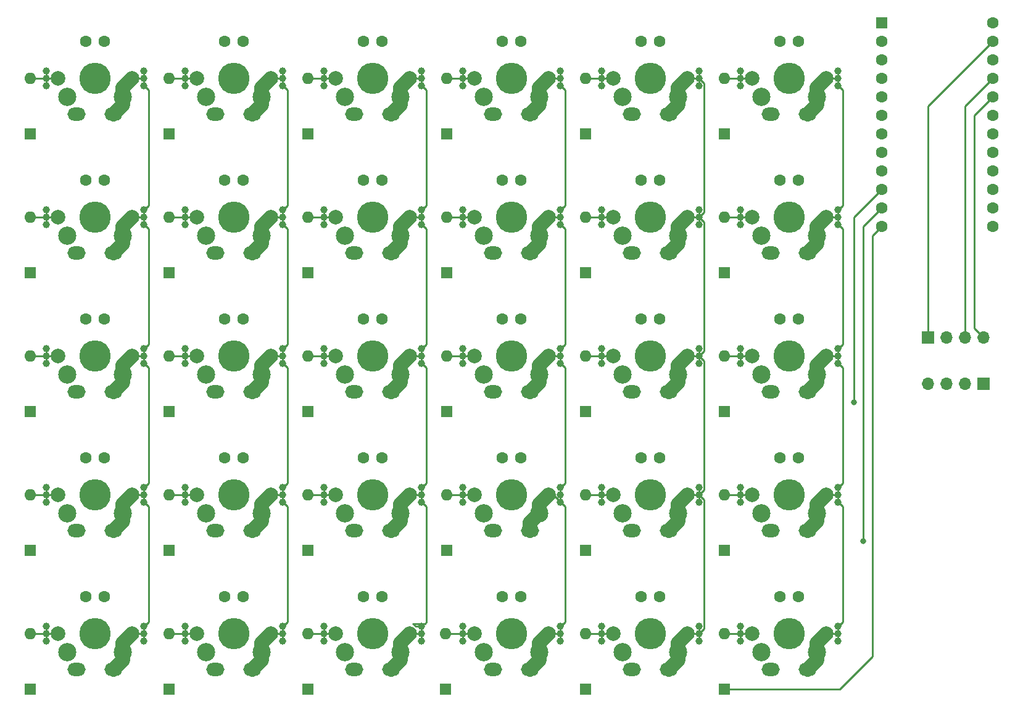
<source format=gbr>
%TF.GenerationSoftware,KiCad,Pcbnew,(5.1.9)-1*%
%TF.CreationDate,2021-03-27T16:35:29+07:00*%
%TF.ProjectId,LetsSplit256,4c657473-5370-46c6-9974-3235362e6b69,rev?*%
%TF.SameCoordinates,Original*%
%TF.FileFunction,Copper,L1,Top*%
%TF.FilePolarity,Positive*%
%FSLAX46Y46*%
G04 Gerber Fmt 4.6, Leading zero omitted, Abs format (unit mm)*
G04 Created by KiCad (PCBNEW (5.1.9)-1) date 2021-03-27 16:35:29*
%MOMM*%
%LPD*%
G01*
G04 APERTURE LIST*
%TA.AperFunction,ComponentPad*%
%ADD10O,1.700000X1.700000*%
%TD*%
%TA.AperFunction,ComponentPad*%
%ADD11R,1.700000X1.700000*%
%TD*%
%TA.AperFunction,ComponentPad*%
%ADD12C,1.000000*%
%TD*%
%TA.AperFunction,ComponentPad*%
%ADD13O,2.500000X1.800000*%
%TD*%
%TA.AperFunction,ComponentPad*%
%ADD14C,2.500000*%
%TD*%
%TA.AperFunction,ComponentPad*%
%ADD15C,2.000000*%
%TD*%
%TA.AperFunction,ComponentPad*%
%ADD16C,4.300000*%
%TD*%
%TA.AperFunction,ComponentPad*%
%ADD17C,1.600000*%
%TD*%
%TA.AperFunction,ComponentPad*%
%ADD18R,1.600000X1.600000*%
%TD*%
%TA.AperFunction,ComponentPad*%
%ADD19O,1.600000X1.600000*%
%TD*%
%TA.AperFunction,ViaPad*%
%ADD20C,0.800000*%
%TD*%
%TA.AperFunction,Conductor*%
%ADD21C,0.250000*%
%TD*%
%TA.AperFunction,Conductor*%
%ADD22C,2.000000*%
%TD*%
G04 APERTURE END LIST*
D10*
%TO.P,JL1,4*%
%TO.N,Net-(JL1-Pad4)*%
X157480000Y-81280000D03*
%TO.P,JL1,3*%
%TO.N,Net-(JL1-Pad3)*%
X154940000Y-81280000D03*
%TO.P,JL1,2*%
%TO.N,Net-(JL1-Pad2)*%
X152400000Y-81280000D03*
D11*
%TO.P,JL1,1*%
%TO.N,Net-(JL1-Pad1)*%
X149860000Y-81280000D03*
%TD*%
D10*
%TO.P,JL2,4*%
%TO.N,N/C*%
X149860000Y-87630000D03*
%TO.P,JL2,3*%
X152400000Y-87630000D03*
%TO.P,JL2,2*%
X154940000Y-87630000D03*
D11*
%TO.P,JL2,1*%
X157480000Y-87630000D03*
%TD*%
D12*
%TO.P,KLZ1,1*%
%TO.N,Net-(DL24-Pad2)*%
X47910000Y-101870000D03*
X47910000Y-103870000D03*
X47910000Y-102870000D03*
D13*
%TO.P,KLZ1,2*%
%TO.N,Net-(KL1-Pad2)*%
X57150000Y-107746800D03*
D14*
%TO.P,KLZ1,1*%
%TO.N,Net-(DL24-Pad2)*%
X50800000Y-105410000D03*
D13*
X52070000Y-107746800D03*
D14*
%TO.P,KLZ1,2*%
%TO.N,Net-(KL1-Pad2)*%
X58420000Y-105410000D03*
D15*
%TO.P,KLZ1,1*%
%TO.N,Net-(DL24-Pad2)*%
X49530000Y-102870000D03*
%TO.P,KLZ1,2*%
%TO.N,Net-(KL1-Pad2)*%
X59690000Y-102870000D03*
D16*
%TO.P,KLZ1,0*%
%TO.N,N/C*%
X54610000Y-102870000D03*
D12*
%TO.P,KLZ1,2*%
%TO.N,Net-(KL1-Pad2)*%
X61310000Y-102870000D03*
X61310000Y-101870000D03*
X61310000Y-103870000D03*
D17*
%TO.P,KLZ1,0*%
%TO.N,N/C*%
X55880000Y-97790000D03*
X53340000Y-97790000D03*
%TD*%
D12*
%TO.P,KLX1,1*%
%TO.N,Net-(DL34-Pad2)*%
X66960000Y-101870000D03*
X66960000Y-103870000D03*
X66960000Y-102870000D03*
D13*
%TO.P,KLX1,2*%
%TO.N,Net-(KL2-Pad2)*%
X76200000Y-107746800D03*
D14*
%TO.P,KLX1,1*%
%TO.N,Net-(DL34-Pad2)*%
X69850000Y-105410000D03*
D13*
X71120000Y-107746800D03*
D14*
%TO.P,KLX1,2*%
%TO.N,Net-(KL2-Pad2)*%
X77470000Y-105410000D03*
D15*
%TO.P,KLX1,1*%
%TO.N,Net-(DL34-Pad2)*%
X68580000Y-102870000D03*
%TO.P,KLX1,2*%
%TO.N,Net-(KL2-Pad2)*%
X78740000Y-102870000D03*
D16*
%TO.P,KLX1,0*%
%TO.N,N/C*%
X73660000Y-102870000D03*
D12*
%TO.P,KLX1,2*%
%TO.N,Net-(KL2-Pad2)*%
X80360000Y-102870000D03*
X80360000Y-101870000D03*
X80360000Y-103870000D03*
D17*
%TO.P,KLX1,0*%
%TO.N,N/C*%
X74930000Y-97790000D03*
X72390000Y-97790000D03*
%TD*%
D12*
%TO.P,KLW1,1*%
%TO.N,Net-(DL32-Pad2)*%
X66960000Y-63770000D03*
X66960000Y-65770000D03*
X66960000Y-64770000D03*
D13*
%TO.P,KLW1,2*%
%TO.N,Net-(KL2-Pad2)*%
X76200000Y-69646800D03*
D14*
%TO.P,KLW1,1*%
%TO.N,Net-(DL32-Pad2)*%
X69850000Y-67310000D03*
D13*
X71120000Y-69646800D03*
D14*
%TO.P,KLW1,2*%
%TO.N,Net-(KL2-Pad2)*%
X77470000Y-67310000D03*
D15*
%TO.P,KLW1,1*%
%TO.N,Net-(DL32-Pad2)*%
X68580000Y-64770000D03*
%TO.P,KLW1,2*%
%TO.N,Net-(KL2-Pad2)*%
X78740000Y-64770000D03*
D16*
%TO.P,KLW1,0*%
%TO.N,N/C*%
X73660000Y-64770000D03*
D12*
%TO.P,KLW1,2*%
%TO.N,Net-(KL2-Pad2)*%
X80360000Y-64770000D03*
X80360000Y-63770000D03*
X80360000Y-65770000D03*
D17*
%TO.P,KLW1,0*%
%TO.N,N/C*%
X74930000Y-59690000D03*
X72390000Y-59690000D03*
%TD*%
D12*
%TO.P,KLV1,1*%
%TO.N,Net-(DL54-Pad2)*%
X105060000Y-101870000D03*
X105060000Y-103870000D03*
X105060000Y-102870000D03*
D13*
%TO.P,KLV1,2*%
%TO.N,Net-(KL4-Pad2)*%
X114300000Y-107746800D03*
D14*
%TO.P,KLV1,1*%
%TO.N,Net-(DL54-Pad2)*%
X107950000Y-105410000D03*
D13*
X109220000Y-107746800D03*
D14*
%TO.P,KLV1,2*%
%TO.N,Net-(KL4-Pad2)*%
X115570000Y-105410000D03*
D15*
%TO.P,KLV1,1*%
%TO.N,Net-(DL54-Pad2)*%
X106680000Y-102870000D03*
%TO.P,KLV1,2*%
%TO.N,Net-(KL4-Pad2)*%
X116840000Y-102870000D03*
D16*
%TO.P,KLV1,0*%
%TO.N,N/C*%
X111760000Y-102870000D03*
D12*
%TO.P,KLV1,2*%
%TO.N,Net-(KL4-Pad2)*%
X118460000Y-102870000D03*
X118460000Y-101870000D03*
X118460000Y-103870000D03*
D17*
%TO.P,KLV1,0*%
%TO.N,N/C*%
X113030000Y-97790000D03*
X110490000Y-97790000D03*
%TD*%
D12*
%TO.P,KLR1,1*%
%TO.N,Net-(DL52-Pad2)*%
X105060000Y-63770000D03*
X105060000Y-65770000D03*
X105060000Y-64770000D03*
D13*
%TO.P,KLR1,2*%
%TO.N,Net-(KL4-Pad2)*%
X114300000Y-69646800D03*
D14*
%TO.P,KLR1,1*%
%TO.N,Net-(DL52-Pad2)*%
X107950000Y-67310000D03*
D13*
X109220000Y-69646800D03*
D14*
%TO.P,KLR1,2*%
%TO.N,Net-(KL4-Pad2)*%
X115570000Y-67310000D03*
D15*
%TO.P,KLR1,1*%
%TO.N,Net-(DL52-Pad2)*%
X106680000Y-64770000D03*
%TO.P,KLR1,2*%
%TO.N,Net-(KL4-Pad2)*%
X116840000Y-64770000D03*
D16*
%TO.P,KLR1,0*%
%TO.N,N/C*%
X111760000Y-64770000D03*
D12*
%TO.P,KLR1,2*%
%TO.N,Net-(KL4-Pad2)*%
X118460000Y-64770000D03*
X118460000Y-63770000D03*
X118460000Y-65770000D03*
D17*
%TO.P,KLR1,0*%
%TO.N,N/C*%
X113030000Y-59690000D03*
X110490000Y-59690000D03*
%TD*%
D12*
%TO.P,KLQ1,1*%
%TO.N,Net-(DL22-Pad2)*%
X47910000Y-63770000D03*
X47910000Y-65770000D03*
X47910000Y-64770000D03*
D13*
%TO.P,KLQ1,2*%
%TO.N,Net-(KL1-Pad2)*%
X57150000Y-69646800D03*
D14*
%TO.P,KLQ1,1*%
%TO.N,Net-(DL22-Pad2)*%
X50800000Y-67310000D03*
D13*
X52070000Y-69646800D03*
D14*
%TO.P,KLQ1,2*%
%TO.N,Net-(KL1-Pad2)*%
X58420000Y-67310000D03*
D15*
%TO.P,KLQ1,1*%
%TO.N,Net-(DL22-Pad2)*%
X49530000Y-64770000D03*
%TO.P,KLQ1,2*%
%TO.N,Net-(KL1-Pad2)*%
X59690000Y-64770000D03*
D16*
%TO.P,KLQ1,0*%
%TO.N,N/C*%
X54610000Y-64770000D03*
D12*
%TO.P,KLQ1,2*%
%TO.N,Net-(KL1-Pad2)*%
X61310000Y-64770000D03*
X61310000Y-63770000D03*
X61310000Y-65770000D03*
D17*
%TO.P,KLQ1,0*%
%TO.N,N/C*%
X55880000Y-59690000D03*
X53340000Y-59690000D03*
%TD*%
D12*
%TO.P,KLFunc65,1*%
%TO.N,Net-(DL65-Pad2)*%
X124110000Y-120920000D03*
X124110000Y-122920000D03*
X124110000Y-121920000D03*
D13*
%TO.P,KLFunc65,2*%
%TO.N,Net-(KL5-Pad2)*%
X133350000Y-126796800D03*
D14*
%TO.P,KLFunc65,1*%
%TO.N,Net-(DL65-Pad2)*%
X127000000Y-124460000D03*
D13*
X128270000Y-126796800D03*
D14*
%TO.P,KLFunc65,2*%
%TO.N,Net-(KL5-Pad2)*%
X134620000Y-124460000D03*
D15*
%TO.P,KLFunc65,1*%
%TO.N,Net-(DL65-Pad2)*%
X125730000Y-121920000D03*
%TO.P,KLFunc65,2*%
%TO.N,Net-(KL5-Pad2)*%
X135890000Y-121920000D03*
D16*
%TO.P,KLFunc65,0*%
%TO.N,N/C*%
X130810000Y-121920000D03*
D12*
%TO.P,KLFunc65,2*%
%TO.N,Net-(KL5-Pad2)*%
X137510000Y-121920000D03*
X137510000Y-120920000D03*
X137510000Y-122920000D03*
D17*
%TO.P,KLFunc65,0*%
%TO.N,N/C*%
X132080000Y-116840000D03*
X129540000Y-116840000D03*
%TD*%
D12*
%TO.P,KLFunc55,1*%
%TO.N,Net-(DL55-Pad2)*%
X105060000Y-120920000D03*
X105060000Y-122920000D03*
X105060000Y-121920000D03*
D13*
%TO.P,KLFunc55,2*%
%TO.N,Net-(KL4-Pad2)*%
X114300000Y-126796800D03*
D14*
%TO.P,KLFunc55,1*%
%TO.N,Net-(DL55-Pad2)*%
X107950000Y-124460000D03*
D13*
X109220000Y-126796800D03*
D14*
%TO.P,KLFunc55,2*%
%TO.N,Net-(KL4-Pad2)*%
X115570000Y-124460000D03*
D15*
%TO.P,KLFunc55,1*%
%TO.N,Net-(DL55-Pad2)*%
X106680000Y-121920000D03*
%TO.P,KLFunc55,2*%
%TO.N,Net-(KL4-Pad2)*%
X116840000Y-121920000D03*
D16*
%TO.P,KLFunc55,0*%
%TO.N,N/C*%
X111760000Y-121920000D03*
D12*
%TO.P,KLFunc55,2*%
%TO.N,Net-(KL4-Pad2)*%
X118460000Y-121920000D03*
X118460000Y-120920000D03*
X118460000Y-122920000D03*
D17*
%TO.P,KLFunc55,0*%
%TO.N,N/C*%
X113030000Y-116840000D03*
X110490000Y-116840000D03*
%TD*%
D12*
%TO.P,KLFunc35,1*%
%TO.N,Net-(DL35-Pad2)*%
X66960000Y-120920000D03*
X66960000Y-122920000D03*
X66960000Y-121920000D03*
D13*
%TO.P,KLFunc35,2*%
%TO.N,Net-(KL2-Pad2)*%
X76200000Y-126796800D03*
D14*
%TO.P,KLFunc35,1*%
%TO.N,Net-(DL35-Pad2)*%
X69850000Y-124460000D03*
D13*
X71120000Y-126796800D03*
D14*
%TO.P,KLFunc35,2*%
%TO.N,Net-(KL2-Pad2)*%
X77470000Y-124460000D03*
D15*
%TO.P,KLFunc35,1*%
%TO.N,Net-(DL35-Pad2)*%
X68580000Y-121920000D03*
%TO.P,KLFunc35,2*%
%TO.N,Net-(KL2-Pad2)*%
X78740000Y-121920000D03*
D16*
%TO.P,KLFunc35,0*%
%TO.N,N/C*%
X73660000Y-121920000D03*
D12*
%TO.P,KLFunc35,2*%
%TO.N,Net-(KL2-Pad2)*%
X80360000Y-121920000D03*
X80360000Y-120920000D03*
X80360000Y-122920000D03*
D17*
%TO.P,KLFunc35,0*%
%TO.N,N/C*%
X74930000Y-116840000D03*
X72390000Y-116840000D03*
%TD*%
D12*
%TO.P,KLFunc25,1*%
%TO.N,Net-(DL25-Pad2)*%
X47910000Y-120920000D03*
X47910000Y-122920000D03*
X47910000Y-121920000D03*
D13*
%TO.P,KLFunc25,2*%
%TO.N,Net-(KL1-Pad2)*%
X57150000Y-126796800D03*
D14*
%TO.P,KLFunc25,1*%
%TO.N,Net-(DL25-Pad2)*%
X50800000Y-124460000D03*
D13*
X52070000Y-126796800D03*
D14*
%TO.P,KLFunc25,2*%
%TO.N,Net-(KL1-Pad2)*%
X58420000Y-124460000D03*
D15*
%TO.P,KLFunc25,1*%
%TO.N,Net-(DL25-Pad2)*%
X49530000Y-121920000D03*
%TO.P,KLFunc25,2*%
%TO.N,Net-(KL1-Pad2)*%
X59690000Y-121920000D03*
D16*
%TO.P,KLFunc25,0*%
%TO.N,N/C*%
X54610000Y-121920000D03*
D12*
%TO.P,KLFunc25,2*%
%TO.N,Net-(KL1-Pad2)*%
X61310000Y-121920000D03*
X61310000Y-120920000D03*
X61310000Y-122920000D03*
D17*
%TO.P,KLFunc25,0*%
%TO.N,N/C*%
X55880000Y-116840000D03*
X53340000Y-116840000D03*
%TD*%
D12*
%TO.P,KLFunc15,1*%
%TO.N,Net-(DL15-Pad2)*%
X28860000Y-120920000D03*
X28860000Y-122920000D03*
X28860000Y-121920000D03*
D13*
%TO.P,KLFunc15,2*%
%TO.N,Net-(KLFunc11-Pad2)*%
X38100000Y-126796800D03*
D14*
%TO.P,KLFunc15,1*%
%TO.N,Net-(DL15-Pad2)*%
X31750000Y-124460000D03*
D13*
X33020000Y-126796800D03*
D14*
%TO.P,KLFunc15,2*%
%TO.N,Net-(KLFunc11-Pad2)*%
X39370000Y-124460000D03*
D15*
%TO.P,KLFunc15,1*%
%TO.N,Net-(DL15-Pad2)*%
X30480000Y-121920000D03*
%TO.P,KLFunc15,2*%
%TO.N,Net-(KLFunc11-Pad2)*%
X40640000Y-121920000D03*
D16*
%TO.P,KLFunc15,0*%
%TO.N,N/C*%
X35560000Y-121920000D03*
D12*
%TO.P,KLFunc15,2*%
%TO.N,Net-(KLFunc11-Pad2)*%
X42260000Y-121920000D03*
X42260000Y-120920000D03*
X42260000Y-122920000D03*
D17*
%TO.P,KLFunc15,0*%
%TO.N,N/C*%
X36830000Y-116840000D03*
X34290000Y-116840000D03*
%TD*%
D12*
%TO.P,KLFunc14,1*%
%TO.N,Net-(DL14-Pad2)*%
X28860000Y-101870000D03*
X28860000Y-103870000D03*
X28860000Y-102870000D03*
D13*
%TO.P,KLFunc14,2*%
%TO.N,Net-(KLFunc11-Pad2)*%
X38100000Y-107746800D03*
D14*
%TO.P,KLFunc14,1*%
%TO.N,Net-(DL14-Pad2)*%
X31750000Y-105410000D03*
D13*
X33020000Y-107746800D03*
D14*
%TO.P,KLFunc14,2*%
%TO.N,Net-(KLFunc11-Pad2)*%
X39370000Y-105410000D03*
D15*
%TO.P,KLFunc14,1*%
%TO.N,Net-(DL14-Pad2)*%
X30480000Y-102870000D03*
%TO.P,KLFunc14,2*%
%TO.N,Net-(KLFunc11-Pad2)*%
X40640000Y-102870000D03*
D16*
%TO.P,KLFunc14,0*%
%TO.N,N/C*%
X35560000Y-102870000D03*
D12*
%TO.P,KLFunc14,2*%
%TO.N,Net-(KLFunc11-Pad2)*%
X42260000Y-102870000D03*
X42260000Y-101870000D03*
X42260000Y-103870000D03*
D17*
%TO.P,KLFunc14,0*%
%TO.N,N/C*%
X36830000Y-97790000D03*
X34290000Y-97790000D03*
%TD*%
D12*
%TO.P,KLFunc13,1*%
%TO.N,Net-(DL13-Pad2)*%
X28860000Y-82820000D03*
X28860000Y-84820000D03*
X28860000Y-83820000D03*
D13*
%TO.P,KLFunc13,2*%
%TO.N,Net-(KLFunc11-Pad2)*%
X38100000Y-88696800D03*
D14*
%TO.P,KLFunc13,1*%
%TO.N,Net-(DL13-Pad2)*%
X31750000Y-86360000D03*
D13*
X33020000Y-88696800D03*
D14*
%TO.P,KLFunc13,2*%
%TO.N,Net-(KLFunc11-Pad2)*%
X39370000Y-86360000D03*
D15*
%TO.P,KLFunc13,1*%
%TO.N,Net-(DL13-Pad2)*%
X30480000Y-83820000D03*
%TO.P,KLFunc13,2*%
%TO.N,Net-(KLFunc11-Pad2)*%
X40640000Y-83820000D03*
D16*
%TO.P,KLFunc13,0*%
%TO.N,N/C*%
X35560000Y-83820000D03*
D12*
%TO.P,KLFunc13,2*%
%TO.N,Net-(KLFunc11-Pad2)*%
X42260000Y-83820000D03*
X42260000Y-82820000D03*
X42260000Y-84820000D03*
D17*
%TO.P,KLFunc13,0*%
%TO.N,N/C*%
X36830000Y-78740000D03*
X34290000Y-78740000D03*
%TD*%
D12*
%TO.P,KLFunc12,1*%
%TO.N,Net-(DL12-Pad2)*%
X28860000Y-63770000D03*
X28860000Y-65770000D03*
X28860000Y-64770000D03*
D13*
%TO.P,KLFunc12,2*%
%TO.N,Net-(KLFunc11-Pad2)*%
X38100000Y-69646800D03*
D14*
%TO.P,KLFunc12,1*%
%TO.N,Net-(DL12-Pad2)*%
X31750000Y-67310000D03*
D13*
X33020000Y-69646800D03*
D14*
%TO.P,KLFunc12,2*%
%TO.N,Net-(KLFunc11-Pad2)*%
X39370000Y-67310000D03*
D15*
%TO.P,KLFunc12,1*%
%TO.N,Net-(DL12-Pad2)*%
X30480000Y-64770000D03*
%TO.P,KLFunc12,2*%
%TO.N,Net-(KLFunc11-Pad2)*%
X40640000Y-64770000D03*
D16*
%TO.P,KLFunc12,0*%
%TO.N,N/C*%
X35560000Y-64770000D03*
D12*
%TO.P,KLFunc12,2*%
%TO.N,Net-(KLFunc11-Pad2)*%
X42260000Y-64770000D03*
X42260000Y-63770000D03*
X42260000Y-65770000D03*
D17*
%TO.P,KLFunc12,0*%
%TO.N,N/C*%
X36830000Y-59690000D03*
X34290000Y-59690000D03*
%TD*%
D12*
%TO.P,KLFunc11,1*%
%TO.N,Net-(DL11-Pad2)*%
X28860000Y-44720000D03*
X28860000Y-46720000D03*
X28860000Y-45720000D03*
D13*
%TO.P,KLFunc11,2*%
%TO.N,Net-(KLFunc11-Pad2)*%
X38100000Y-50596800D03*
D14*
%TO.P,KLFunc11,1*%
%TO.N,Net-(DL11-Pad2)*%
X31750000Y-48260000D03*
D13*
X33020000Y-50596800D03*
D14*
%TO.P,KLFunc11,2*%
%TO.N,Net-(KLFunc11-Pad2)*%
X39370000Y-48260000D03*
D15*
%TO.P,KLFunc11,1*%
%TO.N,Net-(DL11-Pad2)*%
X30480000Y-45720000D03*
%TO.P,KLFunc11,2*%
%TO.N,Net-(KLFunc11-Pad2)*%
X40640000Y-45720000D03*
D16*
%TO.P,KLFunc11,0*%
%TO.N,N/C*%
X35560000Y-45720000D03*
D12*
%TO.P,KLFunc11,2*%
%TO.N,Net-(KLFunc11-Pad2)*%
X42260000Y-45720000D03*
X42260000Y-44720000D03*
X42260000Y-46720000D03*
D17*
%TO.P,KLFunc11,0*%
%TO.N,N/C*%
X36830000Y-40640000D03*
X34290000Y-40640000D03*
%TD*%
D12*
%TO.P,KLF1,1*%
%TO.N,Net-(DL53-Pad2)*%
X105060000Y-82820000D03*
X105060000Y-84820000D03*
X105060000Y-83820000D03*
D13*
%TO.P,KLF1,2*%
%TO.N,Net-(KL4-Pad2)*%
X114300000Y-88696800D03*
D14*
%TO.P,KLF1,1*%
%TO.N,Net-(DL53-Pad2)*%
X107950000Y-86360000D03*
D13*
X109220000Y-88696800D03*
D14*
%TO.P,KLF1,2*%
%TO.N,Net-(KL4-Pad2)*%
X115570000Y-86360000D03*
D15*
%TO.P,KLF1,1*%
%TO.N,Net-(DL53-Pad2)*%
X106680000Y-83820000D03*
%TO.P,KLF1,2*%
%TO.N,Net-(KL4-Pad2)*%
X116840000Y-83820000D03*
D16*
%TO.P,KLF1,0*%
%TO.N,N/C*%
X111760000Y-83820000D03*
D12*
%TO.P,KLF1,2*%
%TO.N,Net-(KL4-Pad2)*%
X118460000Y-83820000D03*
X118460000Y-82820000D03*
X118460000Y-84820000D03*
D17*
%TO.P,KLF1,0*%
%TO.N,N/C*%
X113030000Y-78740000D03*
X110490000Y-78740000D03*
%TD*%
D12*
%TO.P,KLE1,1*%
%TO.N,Net-(DL42-Pad2)*%
X86010000Y-63770000D03*
X86010000Y-65770000D03*
X86010000Y-64770000D03*
D13*
%TO.P,KLE1,2*%
%TO.N,Net-(KL3-Pad2)*%
X95250000Y-69646800D03*
D14*
%TO.P,KLE1,1*%
%TO.N,Net-(DL42-Pad2)*%
X88900000Y-67310000D03*
D13*
X90170000Y-69646800D03*
D14*
%TO.P,KLE1,2*%
%TO.N,Net-(KL3-Pad2)*%
X96520000Y-67310000D03*
D15*
%TO.P,KLE1,1*%
%TO.N,Net-(DL42-Pad2)*%
X87630000Y-64770000D03*
%TO.P,KLE1,2*%
%TO.N,Net-(KL3-Pad2)*%
X97790000Y-64770000D03*
D16*
%TO.P,KLE1,0*%
%TO.N,N/C*%
X92710000Y-64770000D03*
D12*
%TO.P,KLE1,2*%
%TO.N,Net-(KL3-Pad2)*%
X99410000Y-64770000D03*
X99410000Y-63770000D03*
X99410000Y-65770000D03*
D17*
%TO.P,KLE1,0*%
%TO.N,N/C*%
X93980000Y-59690000D03*
X91440000Y-59690000D03*
%TD*%
D12*
%TO.P,KLD1,1*%
%TO.N,Net-(DL43-Pad2)*%
X86010000Y-82820000D03*
X86010000Y-84820000D03*
X86010000Y-83820000D03*
D13*
%TO.P,KLD1,2*%
%TO.N,Net-(KL3-Pad2)*%
X95250000Y-88696800D03*
D14*
%TO.P,KLD1,1*%
%TO.N,Net-(DL43-Pad2)*%
X88900000Y-86360000D03*
D13*
X90170000Y-88696800D03*
D14*
%TO.P,KLD1,2*%
%TO.N,Net-(KL3-Pad2)*%
X96520000Y-86360000D03*
D15*
%TO.P,KLD1,1*%
%TO.N,Net-(DL43-Pad2)*%
X87630000Y-83820000D03*
%TO.P,KLD1,2*%
%TO.N,Net-(KL3-Pad2)*%
X97790000Y-83820000D03*
D16*
%TO.P,KLD1,0*%
%TO.N,N/C*%
X92710000Y-83820000D03*
D12*
%TO.P,KLD1,2*%
%TO.N,Net-(KL3-Pad2)*%
X99410000Y-83820000D03*
X99410000Y-82820000D03*
X99410000Y-84820000D03*
D17*
%TO.P,KLD1,0*%
%TO.N,N/C*%
X93980000Y-78740000D03*
X91440000Y-78740000D03*
%TD*%
D12*
%TO.P,KLC1,1*%
%TO.N,Net-(DL44-Pad2)*%
X86010000Y-101870000D03*
X86010000Y-103870000D03*
X86010000Y-102870000D03*
D13*
%TO.P,KLC1,2*%
%TO.N,Net-(KL3-Pad2)*%
X95250000Y-107746800D03*
D14*
%TO.P,KLC1,1*%
%TO.N,Net-(DL44-Pad2)*%
X88900000Y-105410000D03*
D13*
X90170000Y-107746800D03*
D14*
%TO.P,KLC1,2*%
%TO.N,Net-(KL3-Pad2)*%
X96520000Y-105410000D03*
D15*
%TO.P,KLC1,1*%
%TO.N,Net-(DL44-Pad2)*%
X87630000Y-102870000D03*
%TO.P,KLC1,2*%
%TO.N,Net-(KL3-Pad2)*%
X97790000Y-102870000D03*
D16*
%TO.P,KLC1,0*%
%TO.N,N/C*%
X92710000Y-102870000D03*
D12*
%TO.P,KLC1,2*%
%TO.N,Net-(KL3-Pad2)*%
X99410000Y-102870000D03*
X99410000Y-101870000D03*
X99410000Y-103870000D03*
D17*
%TO.P,KLC1,0*%
%TO.N,N/C*%
X93980000Y-97790000D03*
X91440000Y-97790000D03*
%TD*%
D12*
%TO.P,KLB1,1*%
%TO.N,Net-(DL64-Pad2)*%
X124110000Y-101870000D03*
X124110000Y-103870000D03*
X124110000Y-102870000D03*
D13*
%TO.P,KLB1,2*%
%TO.N,Net-(KL5-Pad2)*%
X133350000Y-107746800D03*
D14*
%TO.P,KLB1,1*%
%TO.N,Net-(DL64-Pad2)*%
X127000000Y-105410000D03*
D13*
X128270000Y-107746800D03*
D14*
%TO.P,KLB1,2*%
%TO.N,Net-(KL5-Pad2)*%
X134620000Y-105410000D03*
D15*
%TO.P,KLB1,1*%
%TO.N,Net-(DL64-Pad2)*%
X125730000Y-102870000D03*
%TO.P,KLB1,2*%
%TO.N,Net-(KL5-Pad2)*%
X135890000Y-102870000D03*
D16*
%TO.P,KLB1,0*%
%TO.N,N/C*%
X130810000Y-102870000D03*
D12*
%TO.P,KLB1,2*%
%TO.N,Net-(KL5-Pad2)*%
X137510000Y-102870000D03*
X137510000Y-101870000D03*
X137510000Y-103870000D03*
D17*
%TO.P,KLB1,0*%
%TO.N,N/C*%
X132080000Y-97790000D03*
X129540000Y-97790000D03*
%TD*%
D12*
%TO.P,KLA1,1*%
%TO.N,Net-(DL23-Pad2)*%
X47910000Y-82820000D03*
X47910000Y-84820000D03*
X47910000Y-83820000D03*
D13*
%TO.P,KLA1,2*%
%TO.N,Net-(KL1-Pad2)*%
X57150000Y-88696800D03*
D14*
%TO.P,KLA1,1*%
%TO.N,Net-(DL23-Pad2)*%
X50800000Y-86360000D03*
D13*
X52070000Y-88696800D03*
D14*
%TO.P,KLA1,2*%
%TO.N,Net-(KL1-Pad2)*%
X58420000Y-86360000D03*
D15*
%TO.P,KLA1,1*%
%TO.N,Net-(DL23-Pad2)*%
X49530000Y-83820000D03*
%TO.P,KLA1,2*%
%TO.N,Net-(KL1-Pad2)*%
X59690000Y-83820000D03*
D16*
%TO.P,KLA1,0*%
%TO.N,N/C*%
X54610000Y-83820000D03*
D12*
%TO.P,KLA1,2*%
%TO.N,Net-(KL1-Pad2)*%
X61310000Y-83820000D03*
X61310000Y-82820000D03*
X61310000Y-84820000D03*
D17*
%TO.P,KLA1,0*%
%TO.N,N/C*%
X55880000Y-78740000D03*
X53340000Y-78740000D03*
%TD*%
D12*
%TO.P,KL4,1*%
%TO.N,Net-(DL51-Pad2)*%
X105060000Y-44720000D03*
X105060000Y-46720000D03*
X105060000Y-45720000D03*
D13*
%TO.P,KL4,2*%
%TO.N,Net-(KL4-Pad2)*%
X114300000Y-50596800D03*
D14*
%TO.P,KL4,1*%
%TO.N,Net-(DL51-Pad2)*%
X107950000Y-48260000D03*
D13*
X109220000Y-50596800D03*
D14*
%TO.P,KL4,2*%
%TO.N,Net-(KL4-Pad2)*%
X115570000Y-48260000D03*
D15*
%TO.P,KL4,1*%
%TO.N,Net-(DL51-Pad2)*%
X106680000Y-45720000D03*
%TO.P,KL4,2*%
%TO.N,Net-(KL4-Pad2)*%
X116840000Y-45720000D03*
D16*
%TO.P,KL4,0*%
%TO.N,N/C*%
X111760000Y-45720000D03*
D12*
%TO.P,KL4,2*%
%TO.N,Net-(KL4-Pad2)*%
X118460000Y-45720000D03*
X118460000Y-44720000D03*
X118460000Y-46720000D03*
D17*
%TO.P,KL4,0*%
%TO.N,N/C*%
X113030000Y-40640000D03*
X110490000Y-40640000D03*
%TD*%
D12*
%TO.P,KL3,1*%
%TO.N,Net-(DL41-Pad2)*%
X86010000Y-44720000D03*
X86010000Y-46720000D03*
X86010000Y-45720000D03*
D13*
%TO.P,KL3,2*%
%TO.N,Net-(KL3-Pad2)*%
X95250000Y-50596800D03*
D14*
%TO.P,KL3,1*%
%TO.N,Net-(DL41-Pad2)*%
X88900000Y-48260000D03*
D13*
X90170000Y-50596800D03*
D14*
%TO.P,KL3,2*%
%TO.N,Net-(KL3-Pad2)*%
X96520000Y-48260000D03*
D15*
%TO.P,KL3,1*%
%TO.N,Net-(DL41-Pad2)*%
X87630000Y-45720000D03*
%TO.P,KL3,2*%
%TO.N,Net-(KL3-Pad2)*%
X97790000Y-45720000D03*
D16*
%TO.P,KL3,0*%
%TO.N,N/C*%
X92710000Y-45720000D03*
D12*
%TO.P,KL3,2*%
%TO.N,Net-(KL3-Pad2)*%
X99410000Y-45720000D03*
X99410000Y-44720000D03*
X99410000Y-46720000D03*
D17*
%TO.P,KL3,0*%
%TO.N,N/C*%
X93980000Y-40640000D03*
X91440000Y-40640000D03*
%TD*%
D12*
%TO.P,KL2,1*%
%TO.N,Net-(DL31-Pad2)*%
X66960000Y-44720000D03*
X66960000Y-46720000D03*
X66960000Y-45720000D03*
D13*
%TO.P,KL2,2*%
%TO.N,Net-(KL2-Pad2)*%
X76200000Y-50596800D03*
D14*
%TO.P,KL2,1*%
%TO.N,Net-(DL31-Pad2)*%
X69850000Y-48260000D03*
D13*
X71120000Y-50596800D03*
D14*
%TO.P,KL2,2*%
%TO.N,Net-(KL2-Pad2)*%
X77470000Y-48260000D03*
D15*
%TO.P,KL2,1*%
%TO.N,Net-(DL31-Pad2)*%
X68580000Y-45720000D03*
%TO.P,KL2,2*%
%TO.N,Net-(KL2-Pad2)*%
X78740000Y-45720000D03*
D16*
%TO.P,KL2,0*%
%TO.N,N/C*%
X73660000Y-45720000D03*
D12*
%TO.P,KL2,2*%
%TO.N,Net-(KL2-Pad2)*%
X80360000Y-45720000D03*
X80360000Y-44720000D03*
X80360000Y-46720000D03*
D17*
%TO.P,KL2,0*%
%TO.N,N/C*%
X74930000Y-40640000D03*
X72390000Y-40640000D03*
%TD*%
D12*
%TO.P,KL1,1*%
%TO.N,Net-(DL21-Pad2)*%
X47910000Y-44720000D03*
X47910000Y-46720000D03*
X47910000Y-45720000D03*
D13*
%TO.P,KL1,2*%
%TO.N,Net-(KL1-Pad2)*%
X57150000Y-50596800D03*
D14*
%TO.P,KL1,1*%
%TO.N,Net-(DL21-Pad2)*%
X50800000Y-48260000D03*
D13*
X52070000Y-50596800D03*
D14*
%TO.P,KL1,2*%
%TO.N,Net-(KL1-Pad2)*%
X58420000Y-48260000D03*
D15*
%TO.P,KL1,1*%
%TO.N,Net-(DL21-Pad2)*%
X49530000Y-45720000D03*
%TO.P,KL1,2*%
%TO.N,Net-(KL1-Pad2)*%
X59690000Y-45720000D03*
D16*
%TO.P,KL1,0*%
%TO.N,N/C*%
X54610000Y-45720000D03*
D12*
%TO.P,KL1,2*%
%TO.N,Net-(KL1-Pad2)*%
X61310000Y-45720000D03*
X61310000Y-44720000D03*
X61310000Y-46720000D03*
D17*
%TO.P,KL1,0*%
%TO.N,N/C*%
X55880000Y-40640000D03*
X53340000Y-40640000D03*
%TD*%
D12*
%TO.P,KLS1,1*%
%TO.N,Net-(DL33-Pad2)*%
X66960000Y-82820000D03*
X66960000Y-84820000D03*
X66960000Y-83820000D03*
D13*
%TO.P,KLS1,2*%
%TO.N,Net-(KL2-Pad2)*%
X76200000Y-88696800D03*
D14*
%TO.P,KLS1,1*%
%TO.N,Net-(DL33-Pad2)*%
X69850000Y-86360000D03*
D13*
X71120000Y-88696800D03*
D14*
%TO.P,KLS1,2*%
%TO.N,Net-(KL2-Pad2)*%
X77470000Y-86360000D03*
D15*
%TO.P,KLS1,1*%
%TO.N,Net-(DL33-Pad2)*%
X68580000Y-83820000D03*
%TO.P,KLS1,2*%
%TO.N,Net-(KL2-Pad2)*%
X78740000Y-83820000D03*
D16*
%TO.P,KLS1,0*%
%TO.N,N/C*%
X73660000Y-83820000D03*
D12*
%TO.P,KLS1,2*%
%TO.N,Net-(KL2-Pad2)*%
X80360000Y-83820000D03*
X80360000Y-82820000D03*
X80360000Y-84820000D03*
D17*
%TO.P,KLS1,0*%
%TO.N,N/C*%
X74930000Y-78740000D03*
X72390000Y-78740000D03*
%TD*%
D12*
%TO.P,KLFunc45,1*%
%TO.N,Net-(DL45-Pad2)*%
X86010000Y-120920000D03*
X86010000Y-122920000D03*
X86010000Y-121920000D03*
D13*
%TO.P,KLFunc45,2*%
%TO.N,Net-(KL3-Pad2)*%
X95250000Y-126796800D03*
D14*
%TO.P,KLFunc45,1*%
%TO.N,Net-(DL45-Pad2)*%
X88900000Y-124460000D03*
D13*
X90170000Y-126796800D03*
D14*
%TO.P,KLFunc45,2*%
%TO.N,Net-(KL3-Pad2)*%
X96520000Y-124460000D03*
D15*
%TO.P,KLFunc45,1*%
%TO.N,Net-(DL45-Pad2)*%
X87630000Y-121920000D03*
%TO.P,KLFunc45,2*%
%TO.N,Net-(KL3-Pad2)*%
X97790000Y-121920000D03*
D16*
%TO.P,KLFunc45,0*%
%TO.N,N/C*%
X92710000Y-121920000D03*
D12*
%TO.P,KLFunc45,2*%
%TO.N,Net-(KL3-Pad2)*%
X99410000Y-121920000D03*
X99410000Y-120920000D03*
X99410000Y-122920000D03*
D17*
%TO.P,KLFunc45,0*%
%TO.N,N/C*%
X93980000Y-116840000D03*
X91440000Y-116840000D03*
%TD*%
D12*
%TO.P,KLT1,1*%
%TO.N,Net-(DL62-Pad2)*%
X124110000Y-63770000D03*
X124110000Y-65770000D03*
X124110000Y-64770000D03*
D13*
%TO.P,KLT1,2*%
%TO.N,Net-(KL5-Pad2)*%
X133350000Y-69646800D03*
D14*
%TO.P,KLT1,1*%
%TO.N,Net-(DL62-Pad2)*%
X127000000Y-67310000D03*
D13*
X128270000Y-69646800D03*
D14*
%TO.P,KLT1,2*%
%TO.N,Net-(KL5-Pad2)*%
X134620000Y-67310000D03*
D15*
%TO.P,KLT1,1*%
%TO.N,Net-(DL62-Pad2)*%
X125730000Y-64770000D03*
%TO.P,KLT1,2*%
%TO.N,Net-(KL5-Pad2)*%
X135890000Y-64770000D03*
D16*
%TO.P,KLT1,0*%
%TO.N,N/C*%
X130810000Y-64770000D03*
D12*
%TO.P,KLT1,2*%
%TO.N,Net-(KL5-Pad2)*%
X137510000Y-64770000D03*
X137510000Y-63770000D03*
X137510000Y-65770000D03*
D17*
%TO.P,KLT1,0*%
%TO.N,N/C*%
X132080000Y-59690000D03*
X129540000Y-59690000D03*
%TD*%
D12*
%TO.P,KL5,1*%
%TO.N,Net-(DL61-Pad2)*%
X124110000Y-44720000D03*
X124110000Y-46720000D03*
X124110000Y-45720000D03*
D13*
%TO.P,KL5,2*%
%TO.N,Net-(KL5-Pad2)*%
X133350000Y-50596800D03*
D14*
%TO.P,KL5,1*%
%TO.N,Net-(DL61-Pad2)*%
X127000000Y-48260000D03*
D13*
X128270000Y-50596800D03*
D14*
%TO.P,KL5,2*%
%TO.N,Net-(KL5-Pad2)*%
X134620000Y-48260000D03*
D15*
%TO.P,KL5,1*%
%TO.N,Net-(DL61-Pad2)*%
X125730000Y-45720000D03*
%TO.P,KL5,2*%
%TO.N,Net-(KL5-Pad2)*%
X135890000Y-45720000D03*
D16*
%TO.P,KL5,0*%
%TO.N,N/C*%
X130810000Y-45720000D03*
D12*
%TO.P,KL5,2*%
%TO.N,Net-(KL5-Pad2)*%
X137510000Y-45720000D03*
X137510000Y-44720000D03*
X137510000Y-46720000D03*
D17*
%TO.P,KL5,0*%
%TO.N,N/C*%
X132080000Y-40640000D03*
X129540000Y-40640000D03*
%TD*%
D12*
%TO.P,KLG1,1*%
%TO.N,Net-(DL63-Pad2)*%
X124110000Y-82820000D03*
X124110000Y-84820000D03*
X124110000Y-83820000D03*
D13*
%TO.P,KLG1,2*%
%TO.N,Net-(KL5-Pad2)*%
X133350000Y-88696800D03*
D14*
%TO.P,KLG1,1*%
%TO.N,Net-(DL63-Pad2)*%
X127000000Y-86360000D03*
D13*
X128270000Y-88696800D03*
D14*
%TO.P,KLG1,2*%
%TO.N,Net-(KL5-Pad2)*%
X134620000Y-86360000D03*
D15*
%TO.P,KLG1,1*%
%TO.N,Net-(DL63-Pad2)*%
X125730000Y-83820000D03*
%TO.P,KLG1,2*%
%TO.N,Net-(KL5-Pad2)*%
X135890000Y-83820000D03*
D16*
%TO.P,KLG1,0*%
%TO.N,N/C*%
X130810000Y-83820000D03*
D12*
%TO.P,KLG1,2*%
%TO.N,Net-(KL5-Pad2)*%
X137510000Y-83820000D03*
X137510000Y-82820000D03*
X137510000Y-84820000D03*
D17*
%TO.P,KLG1,0*%
%TO.N,N/C*%
X132080000Y-78740000D03*
X129540000Y-78740000D03*
%TD*%
D18*
%TO.P,DL65,1*%
%TO.N,Net-(DL15-Pad1)*%
X121920000Y-129540000D03*
D19*
%TO.P,DL65,2*%
%TO.N,Net-(DL65-Pad2)*%
X121920000Y-121920000D03*
%TD*%
%TO.P,DL64,2*%
%TO.N,Net-(DL64-Pad2)*%
X121920000Y-102870000D03*
D18*
%TO.P,DL64,1*%
%TO.N,Net-(DL14-Pad1)*%
X121920000Y-110490000D03*
%TD*%
%TO.P,DL63,1*%
%TO.N,Net-(DL13-Pad1)*%
X121920000Y-91440000D03*
D19*
%TO.P,DL63,2*%
%TO.N,Net-(DL63-Pad2)*%
X121920000Y-83820000D03*
%TD*%
D18*
%TO.P,DL62,1*%
%TO.N,Net-(DL12-Pad1)*%
X121920000Y-72390000D03*
D19*
%TO.P,DL62,2*%
%TO.N,Net-(DL62-Pad2)*%
X121920000Y-64770000D03*
%TD*%
D18*
%TO.P,DL61,1*%
%TO.N,Net-(DL11-Pad1)*%
X121920000Y-53340000D03*
D19*
%TO.P,DL61,2*%
%TO.N,Net-(DL61-Pad2)*%
X121920000Y-45720000D03*
%TD*%
%TO.P,DL55,2*%
%TO.N,Net-(DL55-Pad2)*%
X102870000Y-121920000D03*
D18*
%TO.P,DL55,1*%
%TO.N,Net-(DL15-Pad1)*%
X102870000Y-129540000D03*
%TD*%
%TO.P,DL54,1*%
%TO.N,Net-(DL14-Pad1)*%
X102870000Y-110490000D03*
D19*
%TO.P,DL54,2*%
%TO.N,Net-(DL54-Pad2)*%
X102870000Y-102870000D03*
%TD*%
%TO.P,DL53,2*%
%TO.N,Net-(DL53-Pad2)*%
X102870000Y-83820000D03*
D18*
%TO.P,DL53,1*%
%TO.N,Net-(DL13-Pad1)*%
X102870000Y-91440000D03*
%TD*%
D19*
%TO.P,DL52,2*%
%TO.N,Net-(DL52-Pad2)*%
X102870000Y-64770000D03*
D18*
%TO.P,DL52,1*%
%TO.N,Net-(DL12-Pad1)*%
X102870000Y-72390000D03*
%TD*%
D19*
%TO.P,DL51,2*%
%TO.N,Net-(DL51-Pad2)*%
X102870000Y-45720000D03*
D18*
%TO.P,DL51,1*%
%TO.N,Net-(DL11-Pad1)*%
X102870000Y-53340000D03*
%TD*%
%TO.P,DL45,1*%
%TO.N,Net-(DL15-Pad1)*%
X83615001Y-129540000D03*
D19*
%TO.P,DL45,2*%
%TO.N,Net-(DL45-Pad2)*%
X83615001Y-121920000D03*
%TD*%
%TO.P,DL44,2*%
%TO.N,Net-(DL44-Pad2)*%
X83820000Y-102870000D03*
D18*
%TO.P,DL44,1*%
%TO.N,Net-(DL14-Pad1)*%
X83820000Y-110490000D03*
%TD*%
%TO.P,DL43,1*%
%TO.N,Net-(DL13-Pad1)*%
X83820000Y-91440000D03*
D19*
%TO.P,DL43,2*%
%TO.N,Net-(DL43-Pad2)*%
X83820000Y-83820000D03*
%TD*%
D18*
%TO.P,DL42,1*%
%TO.N,Net-(DL12-Pad1)*%
X83820000Y-72390000D03*
D19*
%TO.P,DL42,2*%
%TO.N,Net-(DL42-Pad2)*%
X83820000Y-64770000D03*
%TD*%
D18*
%TO.P,DL41,1*%
%TO.N,Net-(DL11-Pad1)*%
X83820000Y-53340000D03*
D19*
%TO.P,DL41,2*%
%TO.N,Net-(DL41-Pad2)*%
X83820000Y-45720000D03*
%TD*%
%TO.P,DL35,2*%
%TO.N,Net-(DL35-Pad2)*%
X64770000Y-121920000D03*
D18*
%TO.P,DL35,1*%
%TO.N,Net-(DL15-Pad1)*%
X64770000Y-129540000D03*
%TD*%
%TO.P,DL34,1*%
%TO.N,Net-(DL14-Pad1)*%
X64770000Y-110490000D03*
D19*
%TO.P,DL34,2*%
%TO.N,Net-(DL34-Pad2)*%
X64770000Y-102870000D03*
%TD*%
%TO.P,DL33,2*%
%TO.N,Net-(DL33-Pad2)*%
X64770000Y-83820000D03*
D18*
%TO.P,DL33,1*%
%TO.N,Net-(DL13-Pad1)*%
X64770000Y-91440000D03*
%TD*%
D19*
%TO.P,DL32,2*%
%TO.N,Net-(DL32-Pad2)*%
X64770000Y-64770000D03*
D18*
%TO.P,DL32,1*%
%TO.N,Net-(DL12-Pad1)*%
X64770000Y-72390000D03*
%TD*%
D19*
%TO.P,DL31,2*%
%TO.N,Net-(DL31-Pad2)*%
X64770000Y-45720000D03*
D18*
%TO.P,DL31,1*%
%TO.N,Net-(DL11-Pad1)*%
X64770000Y-53340000D03*
%TD*%
%TO.P,DL25,1*%
%TO.N,Net-(DL15-Pad1)*%
X45720000Y-129540000D03*
D19*
%TO.P,DL25,2*%
%TO.N,Net-(DL25-Pad2)*%
X45720000Y-121920000D03*
%TD*%
%TO.P,DL24,2*%
%TO.N,Net-(DL24-Pad2)*%
X45720000Y-102870000D03*
D18*
%TO.P,DL24,1*%
%TO.N,Net-(DL14-Pad1)*%
X45720000Y-110490000D03*
%TD*%
%TO.P,DL23,1*%
%TO.N,Net-(DL13-Pad1)*%
X45720000Y-91440000D03*
D19*
%TO.P,DL23,2*%
%TO.N,Net-(DL23-Pad2)*%
X45720000Y-83820000D03*
%TD*%
%TO.P,DL22,2*%
%TO.N,Net-(DL22-Pad2)*%
X45720000Y-64770000D03*
D18*
%TO.P,DL22,1*%
%TO.N,Net-(DL12-Pad1)*%
X45720000Y-72390000D03*
%TD*%
%TO.P,DL21,1*%
%TO.N,Net-(DL11-Pad1)*%
X45720000Y-53340000D03*
D19*
%TO.P,DL21,2*%
%TO.N,Net-(DL21-Pad2)*%
X45720000Y-45720000D03*
%TD*%
%TO.P,DL15,2*%
%TO.N,Net-(DL15-Pad2)*%
X26670000Y-121920000D03*
D18*
%TO.P,DL15,1*%
%TO.N,Net-(DL15-Pad1)*%
X26670000Y-129540000D03*
%TD*%
D19*
%TO.P,DL14,2*%
%TO.N,Net-(DL14-Pad2)*%
X26670000Y-102870000D03*
D18*
%TO.P,DL14,1*%
%TO.N,Net-(DL14-Pad1)*%
X26670000Y-110490000D03*
%TD*%
%TO.P,DL13,1*%
%TO.N,Net-(DL13-Pad1)*%
X26670000Y-91440000D03*
D19*
%TO.P,DL13,2*%
%TO.N,Net-(DL13-Pad2)*%
X26670000Y-83820000D03*
%TD*%
D18*
%TO.P,DL12,1*%
%TO.N,Net-(DL12-Pad1)*%
X26670000Y-72390000D03*
D19*
%TO.P,DL12,2*%
%TO.N,Net-(DL12-Pad2)*%
X26670000Y-64770000D03*
%TD*%
%TO.P,DL11,2*%
%TO.N,Net-(DL11-Pad2)*%
X26670000Y-45720000D03*
D18*
%TO.P,DL11,1*%
%TO.N,Net-(DL11-Pad1)*%
X26670000Y-53340000D03*
%TD*%
D17*
%TO.P,U1,24*%
%TO.N,Net-(U1-Pad24)*%
X158750000Y-38100000D03*
%TO.P,U1,23*%
%TO.N,Net-(JL1-Pad1)*%
X158750000Y-40640000D03*
%TO.P,U1,22*%
%TO.N,Net-(U1-Pad22)*%
X158750000Y-43180000D03*
%TO.P,U1,21*%
%TO.N,Net-(JL1-Pad3)*%
X158750000Y-45720000D03*
%TO.P,U1,20*%
%TO.N,Net-(JL1-Pad4)*%
X158750000Y-48260000D03*
%TO.P,U1,19*%
%TO.N,Net-(U1-Pad19)*%
X158750000Y-50800000D03*
%TO.P,U1,18*%
%TO.N,Net-(KLFunc11-Pad2)*%
X158750000Y-53340000D03*
%TO.P,U1,17*%
%TO.N,Net-(KL1-Pad2)*%
X158750000Y-55880000D03*
%TO.P,U1,16*%
%TO.N,Net-(KL2-Pad2)*%
X158750000Y-58420000D03*
%TO.P,U1,15*%
%TO.N,Net-(KL3-Pad2)*%
X158750000Y-60960000D03*
%TO.P,U1,14*%
%TO.N,Net-(KL4-Pad2)*%
X158750000Y-63500000D03*
%TO.P,U1,13*%
%TO.N,Net-(KL5-Pad2)*%
X158750000Y-66040000D03*
%TO.P,U1,12*%
%TO.N,Net-(DL15-Pad1)*%
X143510000Y-66040000D03*
%TO.P,U1,11*%
%TO.N,Net-(DL14-Pad1)*%
X143510000Y-63500000D03*
%TO.P,U1,10*%
%TO.N,Net-(DL13-Pad1)*%
X143510000Y-60960000D03*
%TO.P,U1,9*%
%TO.N,Net-(DL12-Pad1)*%
X143510000Y-58420000D03*
%TO.P,U1,8*%
%TO.N,Net-(DL11-Pad1)*%
X143510000Y-55880000D03*
%TO.P,U1,7*%
%TO.N,Net-(U1-Pad7)*%
X143510000Y-53340000D03*
%TO.P,U1,6*%
%TO.N,Net-(U1-Pad6)*%
X143510000Y-50800000D03*
%TO.P,U1,5*%
%TO.N,Net-(U1-Pad5)*%
X143510000Y-48260000D03*
%TO.P,U1,4*%
%TO.N,Net-(U1-Pad4)*%
X143510000Y-45720000D03*
%TO.P,U1,3*%
%TO.N,Net-(U1-Pad3)*%
X143510000Y-43180000D03*
%TO.P,U1,2*%
%TO.N,Net-(U1-Pad2)*%
X143510000Y-40640000D03*
D18*
%TO.P,U1,1*%
%TO.N,Net-(U1-Pad1)*%
X143510000Y-38100000D03*
%TD*%
D20*
%TO.N,Net-(DL13-Pad1)*%
X139700000Y-90170000D03*
%TO.N,Net-(DL14-Pad1)*%
X140970000Y-109220000D03*
%TD*%
D21*
%TO.N,Net-(DL11-Pad2)*%
X26670000Y-45720000D02*
X28860000Y-45720000D01*
X28860000Y-45720000D02*
X30480000Y-45720000D01*
X28860000Y-44720000D02*
X28860000Y-46720000D01*
%TO.N,Net-(DL12-Pad2)*%
X26670000Y-64770000D02*
X28860000Y-64770000D01*
X30480000Y-64770000D02*
X28860000Y-64770000D01*
X28860000Y-63770000D02*
X28860000Y-65770000D01*
%TO.N,Net-(DL13-Pad1)*%
X143510000Y-60960000D02*
X139700000Y-64770000D01*
X139700000Y-64770000D02*
X139700000Y-90170000D01*
X139700000Y-90170000D02*
X139700000Y-90170000D01*
%TO.N,Net-(DL13-Pad2)*%
X26670000Y-83820000D02*
X28860000Y-83820000D01*
X30480000Y-83820000D02*
X28860000Y-83820000D01*
X28860000Y-82820000D02*
X28860000Y-84820000D01*
%TO.N,Net-(DL14-Pad2)*%
X28860000Y-101870000D02*
X28860000Y-103870000D01*
X26670000Y-102870000D02*
X30480000Y-102870000D01*
%TO.N,Net-(DL14-Pad1)*%
X143510000Y-63500000D02*
X141695001Y-65314999D01*
X140970000Y-66040000D02*
X143510000Y-63500000D01*
X140970000Y-109220000D02*
X140970000Y-66040000D01*
%TO.N,Net-(DL15-Pad2)*%
X26670000Y-121920000D02*
X28860000Y-121920000D01*
X30480000Y-121920000D02*
X28860000Y-121920000D01*
X28860000Y-120920000D02*
X28860000Y-122920000D01*
%TO.N,Net-(DL15-Pad1)*%
X137755699Y-129540000D02*
X121920000Y-129540000D01*
X142240000Y-125055700D02*
X137755699Y-129540000D01*
X142240000Y-67310000D02*
X142240000Y-125055700D01*
X143510000Y-66040000D02*
X142240000Y-67310000D01*
%TO.N,Net-(DL21-Pad2)*%
X45720000Y-45720000D02*
X47910000Y-45720000D01*
X49530000Y-45720000D02*
X47910000Y-45720000D01*
X47910000Y-44720000D02*
X47910000Y-45720000D01*
X47910000Y-46720000D02*
X47910000Y-45720000D01*
%TO.N,Net-(DL22-Pad2)*%
X45720000Y-64770000D02*
X49530000Y-64770000D01*
X47910000Y-63770000D02*
X47910000Y-65770000D01*
%TO.N,Net-(DL23-Pad2)*%
X47910000Y-82820000D02*
X47910000Y-84820000D01*
X45720000Y-83820000D02*
X49530000Y-83820000D01*
%TO.N,Net-(DL24-Pad2)*%
X45720000Y-102870000D02*
X47910000Y-102870000D01*
X47910000Y-101870000D02*
X47910000Y-103870000D01*
X49530000Y-102870000D02*
X47910000Y-102870000D01*
%TO.N,Net-(DL25-Pad2)*%
X45720000Y-121920000D02*
X47910000Y-121920000D01*
X47910000Y-121920000D02*
X49530000Y-121920000D01*
X47910000Y-120920000D02*
X47910000Y-122920000D01*
%TO.N,Net-(DL31-Pad2)*%
X64770000Y-45720000D02*
X66960000Y-45720000D01*
X68580000Y-45720000D02*
X66960000Y-45720000D01*
X66960000Y-44720000D02*
X66960000Y-46720000D01*
%TO.N,Net-(DL32-Pad2)*%
X64770000Y-64770000D02*
X68580000Y-64770000D01*
X66960000Y-63770000D02*
X66960000Y-65770000D01*
%TO.N,Net-(DL33-Pad2)*%
X64770000Y-83820000D02*
X68580000Y-83820000D01*
X66960000Y-82820000D02*
X66960000Y-84740000D01*
X66960000Y-84740000D02*
X66960000Y-84820000D01*
%TO.N,Net-(DL34-Pad2)*%
X64770000Y-102870000D02*
X66960000Y-102870000D01*
X68580000Y-102870000D02*
X66960000Y-102870000D01*
X66960000Y-101870000D02*
X66960000Y-103870000D01*
%TO.N,Net-(DL35-Pad2)*%
X66960000Y-121920000D02*
X68580000Y-121920000D01*
X64770000Y-121920000D02*
X66960000Y-121920000D01*
X66960000Y-120920000D02*
X66960000Y-122920000D01*
%TO.N,Net-(DL41-Pad2)*%
X83820000Y-45720000D02*
X86010000Y-45720000D01*
X86010000Y-45720000D02*
X87630000Y-45720000D01*
X86010000Y-44720000D02*
X86010000Y-46720000D01*
%TO.N,Net-(DL42-Pad2)*%
X83820000Y-64770000D02*
X87630000Y-64770000D01*
X86010000Y-63770000D02*
X86010000Y-65770000D01*
%TO.N,Net-(DL43-Pad2)*%
X83820000Y-83820000D02*
X87630000Y-83820000D01*
X86010000Y-82820000D02*
X86010000Y-84820000D01*
%TO.N,Net-(DL44-Pad2)*%
X83820000Y-102870000D02*
X86010000Y-102870000D01*
X86010000Y-102870000D02*
X86010000Y-103790000D01*
X86010000Y-103790000D02*
X86010000Y-101870000D01*
X86010000Y-102870000D02*
X87630000Y-102870000D01*
%TO.N,Net-(DL45-Pad2)*%
X83615001Y-121920000D02*
X86010000Y-121920000D01*
X86010000Y-120920000D02*
X86010000Y-122920000D01*
X86010000Y-121920000D02*
X87630000Y-121920000D01*
%TO.N,Net-(DL51-Pad2)*%
X102870000Y-45720000D02*
X105060000Y-45720000D01*
X102870000Y-45720000D02*
X106680000Y-45720000D01*
X105060000Y-44720000D02*
X105060000Y-46720000D01*
%TO.N,Net-(DL52-Pad2)*%
X102870000Y-64770000D02*
X106680000Y-64770000D01*
X105060000Y-63770000D02*
X105060000Y-65770000D01*
%TO.N,Net-(DL53-Pad2)*%
X102870000Y-83820000D02*
X106680000Y-83820000D01*
X105060000Y-82820000D02*
X105060000Y-84820000D01*
%TO.N,Net-(DL54-Pad2)*%
X102870000Y-102870000D02*
X105060000Y-102870000D01*
X102870000Y-102870000D02*
X106680000Y-102870000D01*
X105060000Y-101870000D02*
X105060000Y-103870000D01*
%TO.N,Net-(DL55-Pad2)*%
X102870000Y-121920000D02*
X105060000Y-121920000D01*
X105060000Y-120920000D02*
X105060000Y-122920000D01*
X106680000Y-121920000D02*
X105060000Y-121920000D01*
%TO.N,Net-(DL61-Pad2)*%
X121920000Y-45720000D02*
X124110000Y-45720000D01*
X121920000Y-45720000D02*
X125730000Y-45720000D01*
X124110000Y-44720000D02*
X124110000Y-46720000D01*
%TO.N,Net-(DL62-Pad2)*%
X121920000Y-64770000D02*
X125730000Y-64770000D01*
X124110000Y-63770000D02*
X124110000Y-65770000D01*
%TO.N,Net-(DL63-Pad2)*%
X121920000Y-83820000D02*
X125730000Y-83820000D01*
X124110000Y-82820000D02*
X124110000Y-84820000D01*
%TO.N,Net-(DL64-Pad2)*%
X121920000Y-102870000D02*
X124110000Y-102870000D01*
X121920000Y-102870000D02*
X125730000Y-102870000D01*
X124110000Y-101870000D02*
X124110000Y-102870000D01*
X124110000Y-103870000D02*
X124110000Y-102870000D01*
%TO.N,Net-(DL65-Pad2)*%
X121920000Y-121920000D02*
X125730000Y-121920000D01*
X124110000Y-120920000D02*
X124110000Y-122920000D01*
%TO.N,Net-(JL1-Pad1)*%
X149860000Y-49530000D02*
X149860000Y-81280000D01*
X158750000Y-40640000D02*
X149860000Y-49530000D01*
%TO.N,Net-(JL1-Pad3)*%
X154940000Y-49530000D02*
X158750000Y-45720000D01*
X154940000Y-81280000D02*
X154940000Y-49530000D01*
%TO.N,Net-(JL1-Pad4)*%
X156210000Y-80010000D02*
X157480000Y-81280000D01*
X156210000Y-50800000D02*
X156210000Y-80010000D01*
X158750000Y-48260000D02*
X156210000Y-50800000D01*
%TO.N,Net-(KL1-Pad2)*%
X61310000Y-120920000D02*
X61310000Y-122920000D01*
X59690000Y-121920000D02*
X61310000Y-121920000D01*
X61310000Y-45720000D02*
X59690000Y-45720000D01*
X61310000Y-44720000D02*
X61310000Y-46720000D01*
X61310000Y-63770000D02*
X61310000Y-65770000D01*
X59690000Y-64770000D02*
X61310000Y-64770000D01*
X61310000Y-82820000D02*
X61310000Y-84820000D01*
X59690000Y-83820000D02*
X61310000Y-83820000D01*
X59690000Y-102870000D02*
X61310000Y-102870000D01*
X61310000Y-101870000D02*
X61310000Y-103870000D01*
D22*
X58420000Y-46990000D02*
X58420000Y-48260000D01*
X59690000Y-45720000D02*
X58420000Y-46990000D01*
X58420000Y-49326800D02*
X57150000Y-50596800D01*
X58420000Y-48260000D02*
X58420000Y-49326800D01*
X58420000Y-66040000D02*
X58420000Y-67310000D01*
X59690000Y-64770000D02*
X58420000Y-66040000D01*
X58420000Y-68376800D02*
X57150000Y-69646800D01*
X58420000Y-67310000D02*
X58420000Y-68376800D01*
X58420000Y-85090000D02*
X58420000Y-86360000D01*
X59690000Y-83820000D02*
X58420000Y-85090000D01*
X58420000Y-87426800D02*
X57150000Y-88696800D01*
X58420000Y-86360000D02*
X58420000Y-87426800D01*
X58420000Y-104140000D02*
X58420000Y-105410000D01*
X59690000Y-102870000D02*
X58420000Y-104140000D01*
X58420000Y-106476800D02*
X57150000Y-107746800D01*
X58420000Y-105410000D02*
X58420000Y-106476800D01*
X58420000Y-123190000D02*
X58420000Y-124460000D01*
X59690000Y-121920000D02*
X58420000Y-123190000D01*
X58420000Y-125526800D02*
X57150000Y-126796800D01*
X58420000Y-124460000D02*
X58420000Y-125526800D01*
D21*
X61375699Y-63770000D02*
X61310000Y-63770000D01*
X62010010Y-63135689D02*
X61375699Y-63770000D01*
X61375699Y-46720000D02*
X62010010Y-47354311D01*
X62010010Y-47354311D02*
X62010010Y-63135689D01*
X61310000Y-46720000D02*
X61375699Y-46720000D01*
X61375699Y-82820000D02*
X61310000Y-82820000D01*
X62010010Y-82185689D02*
X61375699Y-82820000D01*
X62010010Y-66404311D02*
X62010010Y-82185689D01*
X61375699Y-65770000D02*
X62010010Y-66404311D01*
X61310000Y-65770000D02*
X61375699Y-65770000D01*
X61375699Y-101870000D02*
X61310000Y-101870000D01*
X62010010Y-101235689D02*
X61375699Y-101870000D01*
X62010010Y-85454311D02*
X62010010Y-101235689D01*
X61375699Y-84820000D02*
X62010010Y-85454311D01*
X61310000Y-84820000D02*
X61375699Y-84820000D01*
X61375699Y-120920000D02*
X61310000Y-120920000D01*
X62010010Y-104504311D02*
X62010010Y-120285689D01*
X61375699Y-103870000D02*
X62010010Y-104504311D01*
X62010010Y-120285689D02*
X61375699Y-120920000D01*
X61310000Y-103870000D02*
X61375699Y-103870000D01*
%TO.N,Net-(KL2-Pad2)*%
X80360000Y-44720000D02*
X80360000Y-46720000D01*
X78740000Y-45720000D02*
X80360000Y-45720000D01*
X78740000Y-64770000D02*
X80360000Y-64770000D01*
X80360000Y-63770000D02*
X80360000Y-65770000D01*
X80360000Y-82820000D02*
X80360000Y-84820000D01*
X78740000Y-83820000D02*
X80360000Y-83820000D01*
X78740000Y-102870000D02*
X80360000Y-102870000D01*
X80360000Y-101870000D02*
X80360000Y-103870000D01*
X80360000Y-120920000D02*
X80360000Y-122920000D01*
X78740000Y-121920000D02*
X80360000Y-121920000D01*
D22*
X77470000Y-46990000D02*
X77470000Y-48260000D01*
X78740000Y-45720000D02*
X77470000Y-46990000D01*
X77470000Y-49326800D02*
X76200000Y-50596800D01*
X77470000Y-48260000D02*
X77470000Y-49326800D01*
X77470000Y-66040000D02*
X77470000Y-67310000D01*
X78740000Y-64770000D02*
X77470000Y-66040000D01*
X77470000Y-68376800D02*
X76200000Y-69646800D01*
X77470000Y-67310000D02*
X77470000Y-68376800D01*
X77470000Y-85090000D02*
X77470000Y-86360000D01*
X78740000Y-83820000D02*
X77470000Y-85090000D01*
X77470000Y-87426800D02*
X76200000Y-88696800D01*
X77470000Y-86360000D02*
X77470000Y-87426800D01*
X77470000Y-104140000D02*
X77470000Y-105410000D01*
X78740000Y-102870000D02*
X77470000Y-104140000D01*
X77470000Y-106476800D02*
X76200000Y-107746800D01*
X77470000Y-105410000D02*
X77470000Y-106476800D01*
X77470000Y-123190000D02*
X77470000Y-124460000D01*
X78740000Y-121920000D02*
X77470000Y-123190000D01*
X77470000Y-125526800D02*
X76200000Y-126796800D01*
X77470000Y-124460000D02*
X77470000Y-125526800D01*
D21*
X81060010Y-120285689D02*
X81060010Y-104504311D01*
X80825689Y-120520010D02*
X81060010Y-120285689D01*
X79195010Y-120520010D02*
X80825689Y-120520010D01*
X79595000Y-120920000D02*
X79195010Y-120520010D01*
X80425699Y-103870000D02*
X80360000Y-103870000D01*
X81060010Y-104504311D02*
X80425699Y-103870000D01*
X80360000Y-120920000D02*
X79595000Y-120920000D01*
X80425699Y-84820000D02*
X80360000Y-84820000D01*
X81060010Y-85454311D02*
X80425699Y-84820000D01*
X81060010Y-101235689D02*
X81060010Y-85454311D01*
X80425699Y-101870000D02*
X81060010Y-101235689D01*
X80360000Y-101870000D02*
X80425699Y-101870000D01*
X80425699Y-65770000D02*
X80360000Y-65770000D01*
X81060010Y-82185689D02*
X81060010Y-66404311D01*
X81060010Y-66404311D02*
X80425699Y-65770000D01*
X80425699Y-82820000D02*
X81060010Y-82185689D01*
X80360000Y-82820000D02*
X80425699Y-82820000D01*
X80425699Y-46720000D02*
X80360000Y-46720000D01*
X81060010Y-47354311D02*
X80425699Y-46720000D01*
X81060010Y-63135689D02*
X81060010Y-47354311D01*
X80425699Y-63770000D02*
X81060010Y-63135689D01*
X80360000Y-63770000D02*
X80425699Y-63770000D01*
%TO.N,Net-(KL3-Pad2)*%
X97790000Y-121920000D02*
X99410000Y-121920000D01*
X97790000Y-64770000D02*
X99410000Y-64770000D01*
X99410000Y-63770000D02*
X99410000Y-65770000D01*
X97790000Y-83820000D02*
X99410000Y-83820000D01*
X99410000Y-82820000D02*
X99410000Y-84820000D01*
X99410000Y-101870000D02*
X99410000Y-103790000D01*
X98490000Y-102870000D02*
X97790000Y-102870000D01*
X99410000Y-103790000D02*
X98490000Y-102870000D01*
X99410000Y-120920000D02*
X99410000Y-122920000D01*
X97790000Y-45720000D02*
X99410000Y-45720000D01*
X99410000Y-44720000D02*
X99410000Y-46720000D01*
D22*
X96520000Y-123190000D02*
X96520000Y-124460000D01*
X97790000Y-121920000D02*
X96520000Y-123190000D01*
X96520000Y-125526800D02*
X95250000Y-126796800D01*
X96520000Y-124460000D02*
X96520000Y-125526800D01*
X95250000Y-106680000D02*
X96520000Y-105410000D01*
X95250000Y-107746800D02*
X95250000Y-106680000D01*
X96520000Y-104140000D02*
X97790000Y-102870000D01*
X96520000Y-105410000D02*
X96520000Y-104140000D01*
X96520000Y-85090000D02*
X96520000Y-86360000D01*
X97790000Y-83820000D02*
X96520000Y-85090000D01*
X96520000Y-87426800D02*
X95250000Y-88696800D01*
X96520000Y-86360000D02*
X96520000Y-87426800D01*
X96520000Y-66040000D02*
X96520000Y-67310000D01*
X97790000Y-64770000D02*
X96520000Y-66040000D01*
X96520000Y-68376800D02*
X95250000Y-69646800D01*
X96520000Y-67310000D02*
X96520000Y-68376800D01*
X96520000Y-46990000D02*
X96520000Y-48260000D01*
X97790000Y-45720000D02*
X96520000Y-46990000D01*
X96520000Y-49326800D02*
X95250000Y-50596800D01*
X96520000Y-48260000D02*
X96520000Y-49326800D01*
D21*
X99475699Y-63770000D02*
X99410000Y-63770000D01*
X100110010Y-63135689D02*
X99475699Y-63770000D01*
X100110010Y-47354311D02*
X100110010Y-63135689D01*
X99475699Y-46720000D02*
X100110010Y-47354311D01*
X99410000Y-46720000D02*
X99475699Y-46720000D01*
X99475699Y-82820000D02*
X99410000Y-82820000D01*
X100110010Y-82185689D02*
X99475699Y-82820000D01*
X100110010Y-66404311D02*
X100110010Y-82185689D01*
X99475699Y-65770000D02*
X100110010Y-66404311D01*
X99410000Y-65770000D02*
X99475699Y-65770000D01*
X99475699Y-101870000D02*
X99410000Y-101870000D01*
X100110010Y-101235689D02*
X99475699Y-101870000D01*
X100110010Y-85454311D02*
X100110010Y-101235689D01*
X99475699Y-84820000D02*
X100110010Y-85454311D01*
X99410000Y-84820000D02*
X99475699Y-84820000D01*
X99475699Y-120920000D02*
X99410000Y-120920000D01*
X100110010Y-120285689D02*
X99475699Y-120920000D01*
X100110010Y-104504311D02*
X100110010Y-120285689D01*
X99475699Y-103870000D02*
X100110010Y-104504311D01*
X99410000Y-103870000D02*
X99475699Y-103870000D01*
%TO.N,Net-(KL4-Pad2)*%
X116840000Y-121920000D02*
X118460000Y-121920000D01*
X118460000Y-120920000D02*
X118460000Y-122920000D01*
X116840000Y-45720000D02*
X118460000Y-45720000D01*
X118460000Y-44720000D02*
X118460000Y-46720000D01*
X118460000Y-63770000D02*
X118460000Y-65770000D01*
X116840000Y-64770000D02*
X118460000Y-64770000D01*
X118460000Y-82820000D02*
X118460000Y-84820000D01*
X116840000Y-83820000D02*
X118460000Y-83820000D01*
X116840000Y-102870000D02*
X118460000Y-102870000D01*
X118460000Y-101870000D02*
X118460000Y-103870000D01*
D22*
X115570000Y-46990000D02*
X115570000Y-48260000D01*
X116840000Y-45720000D02*
X115570000Y-46990000D01*
X115570000Y-49326800D02*
X114300000Y-50596800D01*
X115570000Y-48260000D02*
X115570000Y-49326800D01*
X115570000Y-66040000D02*
X115570000Y-67310000D01*
X116840000Y-64770000D02*
X115570000Y-66040000D01*
X115570000Y-68376800D02*
X114300000Y-69646800D01*
X115570000Y-67310000D02*
X115570000Y-68376800D01*
X115570000Y-85090000D02*
X115570000Y-86360000D01*
X116840000Y-83820000D02*
X115570000Y-85090000D01*
X115570000Y-87426800D02*
X114300000Y-88696800D01*
X115570000Y-86360000D02*
X115570000Y-87426800D01*
X115570000Y-104140000D02*
X115570000Y-105410000D01*
X116840000Y-102870000D02*
X115570000Y-104140000D01*
X115570000Y-106476800D02*
X114300000Y-107746800D01*
X115570000Y-105410000D02*
X115570000Y-106476800D01*
X115570000Y-123190000D02*
X115570000Y-124460000D01*
X116840000Y-121920000D02*
X115570000Y-123190000D01*
X115570000Y-125526800D02*
X114300000Y-126796800D01*
X115570000Y-124460000D02*
X115570000Y-125526800D01*
D21*
X119160010Y-64069990D02*
X118460000Y-64770000D01*
X119160010Y-46420010D02*
X119160010Y-64069990D01*
X118460000Y-45720000D02*
X119160010Y-46420010D01*
X119160010Y-83119990D02*
X118460000Y-83820000D01*
X119160010Y-65470010D02*
X119160010Y-83119990D01*
X118460000Y-64770000D02*
X119160010Y-65470010D01*
X119160010Y-102169990D02*
X118460000Y-102870000D01*
X119160010Y-84520010D02*
X119160010Y-102169990D01*
X118460000Y-83820000D02*
X119160010Y-84520010D01*
X119160010Y-103570010D02*
X119160010Y-121219990D01*
X119160010Y-121219990D02*
X118460000Y-121920000D01*
X118460000Y-102870000D02*
X119160010Y-103570010D01*
X118585001Y-120794999D02*
X118650700Y-120794999D01*
X118460000Y-120920000D02*
X118585001Y-120794999D01*
%TO.N,Net-(KL5-Pad2)*%
X135890000Y-121920000D02*
X137510000Y-121920000D01*
X137510000Y-122920000D02*
X137510000Y-120920000D01*
X137510000Y-101870000D02*
X137510000Y-103870000D01*
X135890000Y-102870000D02*
X137510000Y-102870000D01*
X137510000Y-83820000D02*
X137510000Y-84820000D01*
X137510000Y-82820000D02*
X137510000Y-84820000D01*
X135890000Y-83820000D02*
X137510000Y-83820000D01*
X137510000Y-44720000D02*
X137510000Y-46720000D01*
X135890000Y-45720000D02*
X137510000Y-45720000D01*
X137510000Y-63770000D02*
X137510000Y-65770000D01*
X135890000Y-64770000D02*
X137510000Y-64770000D01*
D22*
X134620000Y-123190000D02*
X134620000Y-124460000D01*
X135890000Y-121920000D02*
X134620000Y-123190000D01*
X134620000Y-125526800D02*
X133350000Y-126796800D01*
X134620000Y-124460000D02*
X134620000Y-125526800D01*
X134620000Y-104140000D02*
X134620000Y-105410000D01*
X135890000Y-102870000D02*
X134620000Y-104140000D01*
X134620000Y-106476800D02*
X133350000Y-107746800D01*
X134620000Y-105410000D02*
X134620000Y-106476800D01*
X134620000Y-85090000D02*
X134620000Y-86360000D01*
X135890000Y-83820000D02*
X134620000Y-85090000D01*
X134620000Y-87426800D02*
X133350000Y-88696800D01*
X134620000Y-86360000D02*
X134620000Y-87426800D01*
X134620000Y-66040000D02*
X134620000Y-67310000D01*
X135890000Y-64770000D02*
X134620000Y-66040000D01*
X134620000Y-68376800D02*
X133350000Y-69646800D01*
X134620000Y-67310000D02*
X134620000Y-68376800D01*
X134620000Y-46990000D02*
X134620000Y-48260000D01*
X135890000Y-45720000D02*
X134620000Y-46990000D01*
X134620000Y-49326800D02*
X133350000Y-50596800D01*
X134620000Y-48260000D02*
X134620000Y-49326800D01*
D21*
X137575699Y-63770000D02*
X137510000Y-63770000D01*
X138210010Y-63135689D02*
X137575699Y-63770000D01*
X138210010Y-47354311D02*
X138210010Y-63135689D01*
X137575699Y-46720000D02*
X138210010Y-47354311D01*
X137510000Y-46720000D02*
X137575699Y-46720000D01*
X138210010Y-82185689D02*
X137575699Y-82820000D01*
X137575699Y-82820000D02*
X137510000Y-82820000D01*
X138210010Y-66404311D02*
X138210010Y-82185689D01*
X137575699Y-65770000D02*
X138210010Y-66404311D01*
X137510000Y-65770000D02*
X137575699Y-65770000D01*
X137575699Y-103870000D02*
X137510000Y-103870000D01*
X138210010Y-104504311D02*
X137575699Y-103870000D01*
X138210010Y-120285689D02*
X138210010Y-104504311D01*
X137575699Y-120920000D02*
X138210010Y-120285689D01*
X137510000Y-120920000D02*
X137575699Y-120920000D01*
X138210010Y-85454311D02*
X137575699Y-84820000D01*
X138210010Y-101235689D02*
X138210010Y-85454311D01*
X137575699Y-84820000D02*
X137510000Y-84820000D01*
X137575699Y-101870000D02*
X138210010Y-101235689D01*
X137510000Y-101870000D02*
X137575699Y-101870000D01*
%TO.N,Net-(KLFunc11-Pad2)*%
X40640000Y-45720000D02*
X42260000Y-45720000D01*
X40640000Y-83820000D02*
X42260000Y-83820000D01*
X40640000Y-64770000D02*
X42260000Y-64770000D01*
X40640000Y-121920000D02*
X42260000Y-121920000D01*
X42260000Y-63770000D02*
X42260000Y-65770000D01*
X42260000Y-82820000D02*
X42260000Y-84820000D01*
X42260000Y-120920000D02*
X42260000Y-122920000D01*
X42260000Y-101870000D02*
X42260000Y-103870000D01*
X40640000Y-102870000D02*
X42260000Y-102870000D01*
X42260000Y-44720000D02*
X42260000Y-46720000D01*
D22*
X39370000Y-46990000D02*
X39370000Y-48260000D01*
X40640000Y-45720000D02*
X39370000Y-46990000D01*
X39370000Y-49326800D02*
X38100000Y-50596800D01*
X39370000Y-48260000D02*
X39370000Y-49326800D01*
X39370000Y-66040000D02*
X39370000Y-67310000D01*
X40640000Y-64770000D02*
X39370000Y-66040000D01*
X39370000Y-68376800D02*
X38100000Y-69646800D01*
X39370000Y-67310000D02*
X39370000Y-68376800D01*
X39370000Y-85090000D02*
X39370000Y-86360000D01*
X40640000Y-83820000D02*
X39370000Y-85090000D01*
X39370000Y-87426800D02*
X38100000Y-88696800D01*
X39370000Y-86360000D02*
X39370000Y-87426800D01*
X39370000Y-104140000D02*
X39370000Y-105410000D01*
X40640000Y-102870000D02*
X39370000Y-104140000D01*
X39370000Y-106476800D02*
X38100000Y-107746800D01*
X39370000Y-105410000D02*
X39370000Y-106476800D01*
X39370000Y-123190000D02*
X39370000Y-124460000D01*
X40640000Y-121920000D02*
X39370000Y-123190000D01*
X39370000Y-125526800D02*
X38100000Y-126796800D01*
X39370000Y-124460000D02*
X39370000Y-125526800D01*
D21*
X42325699Y-63770000D02*
X42260000Y-63770000D01*
X42960010Y-63135689D02*
X42325699Y-63770000D01*
X42960010Y-47354311D02*
X42960010Y-63135689D01*
X42325699Y-46720000D02*
X42960010Y-47354311D01*
X42260000Y-46720000D02*
X42325699Y-46720000D01*
X42325699Y-82820000D02*
X42260000Y-82820000D01*
X42960010Y-82185689D02*
X42325699Y-82820000D01*
X42960010Y-66404311D02*
X42960010Y-82185689D01*
X42325699Y-65770000D02*
X42960010Y-66404311D01*
X42260000Y-65770000D02*
X42325699Y-65770000D01*
X42325699Y-101870000D02*
X42260000Y-101870000D01*
X42960010Y-101235689D02*
X42325699Y-101870000D01*
X42960010Y-85454311D02*
X42960010Y-101235689D01*
X42325699Y-84820000D02*
X42960010Y-85454311D01*
X42260000Y-84820000D02*
X42325699Y-84820000D01*
X42325699Y-120920000D02*
X42260000Y-120920000D01*
X42960010Y-120285689D02*
X42325699Y-120920000D01*
X42960010Y-104504311D02*
X42960010Y-120285689D01*
X42325699Y-103870000D02*
X42960010Y-104504311D01*
X42260000Y-103870000D02*
X42325699Y-103870000D01*
%TD*%
M02*

</source>
